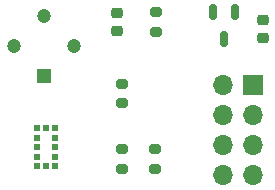
<source format=gbr>
%TF.GenerationSoftware,KiCad,Pcbnew,7.0.2*%
%TF.CreationDate,2023-05-24T09:21:20+02:00*%
%TF.ProjectId,PCB_Ewine,5043425f-4577-4696-9e65-2e6b69636164,rev?*%
%TF.SameCoordinates,Original*%
%TF.FileFunction,Soldermask,Top*%
%TF.FilePolarity,Negative*%
%FSLAX46Y46*%
G04 Gerber Fmt 4.6, Leading zero omitted, Abs format (unit mm)*
G04 Created by KiCad (PCBNEW 7.0.2) date 2023-05-24 09:21:20*
%MOMM*%
%LPD*%
G01*
G04 APERTURE LIST*
G04 Aperture macros list*
%AMRoundRect*
0 Rectangle with rounded corners*
0 $1 Rounding radius*
0 $2 $3 $4 $5 $6 $7 $8 $9 X,Y pos of 4 corners*
0 Add a 4 corners polygon primitive as box body*
4,1,4,$2,$3,$4,$5,$6,$7,$8,$9,$2,$3,0*
0 Add four circle primitives for the rounded corners*
1,1,$1+$1,$2,$3*
1,1,$1+$1,$4,$5*
1,1,$1+$1,$6,$7*
1,1,$1+$1,$8,$9*
0 Add four rect primitives between the rounded corners*
20,1,$1+$1,$2,$3,$4,$5,0*
20,1,$1+$1,$4,$5,$6,$7,0*
20,1,$1+$1,$6,$7,$8,$9,0*
20,1,$1+$1,$8,$9,$2,$3,0*%
G04 Aperture macros list end*
%ADD10RoundRect,0.200000X0.275000X-0.200000X0.275000X0.200000X-0.275000X0.200000X-0.275000X-0.200000X0*%
%ADD11RoundRect,0.225000X0.250000X-0.225000X0.250000X0.225000X-0.250000X0.225000X-0.250000X-0.225000X0*%
%ADD12RoundRect,0.200000X-0.275000X0.200000X-0.275000X-0.200000X0.275000X-0.200000X0.275000X0.200000X0*%
%ADD13R,1.198000X1.198000*%
%ADD14C,1.198000*%
%ADD15RoundRect,0.150000X-0.150000X0.512500X-0.150000X-0.512500X0.150000X-0.512500X0.150000X0.512500X0*%
%ADD16R,1.700000X1.700000*%
%ADD17O,1.700000X1.700000*%
%ADD18R,0.508000X0.508000*%
%ADD19RoundRect,0.225000X-0.250000X0.225000X-0.250000X-0.225000X0.250000X-0.225000X0.250000X0.225000X0*%
G04 APERTURE END LIST*
D10*
%TO.C,R2*%
X144500000Y-38925000D03*
X144500000Y-37275000D03*
%TD*%
D11*
%TO.C,C4*%
X153600000Y-39450000D03*
X153600000Y-37900000D03*
%TD*%
D12*
%TO.C,R5*%
X141600000Y-48900000D03*
X141600000Y-50550000D03*
%TD*%
D13*
%TO.C,M1*%
X135000000Y-42680000D03*
D14*
X137540000Y-40140000D03*
X135000000Y-37600000D03*
X132460000Y-40140000D03*
%TD*%
D15*
%TO.C,U2*%
X151200000Y-37300000D03*
X149300000Y-37300000D03*
X150250000Y-39575000D03*
%TD*%
D10*
%TO.C,R7*%
X141600000Y-45000000D03*
X141600000Y-43350000D03*
%TD*%
D12*
%TO.C,R6*%
X144400000Y-48900000D03*
X144400000Y-50550000D03*
%TD*%
D16*
%TO.C,J1*%
X152700000Y-43480000D03*
D17*
X150160000Y-43480000D03*
X152700000Y-46020000D03*
X150160000Y-46020000D03*
X152700000Y-48560000D03*
X150160000Y-48560000D03*
X152700000Y-51100000D03*
X150160000Y-51100000D03*
%TD*%
D18*
%TO.C,U1*%
X135999973Y-47100001D03*
X135999973Y-47899999D03*
X135999973Y-48700000D03*
X135999973Y-49500001D03*
X135999973Y-50299999D03*
X135200000Y-50299946D03*
X134400027Y-50299999D03*
X134400027Y-49500001D03*
X134400027Y-48700000D03*
X134400027Y-47899999D03*
X134400027Y-47100001D03*
X135200000Y-47100054D03*
%TD*%
D19*
%TO.C,C5*%
X141200000Y-37325000D03*
X141200000Y-38875000D03*
%TD*%
M02*

</source>
